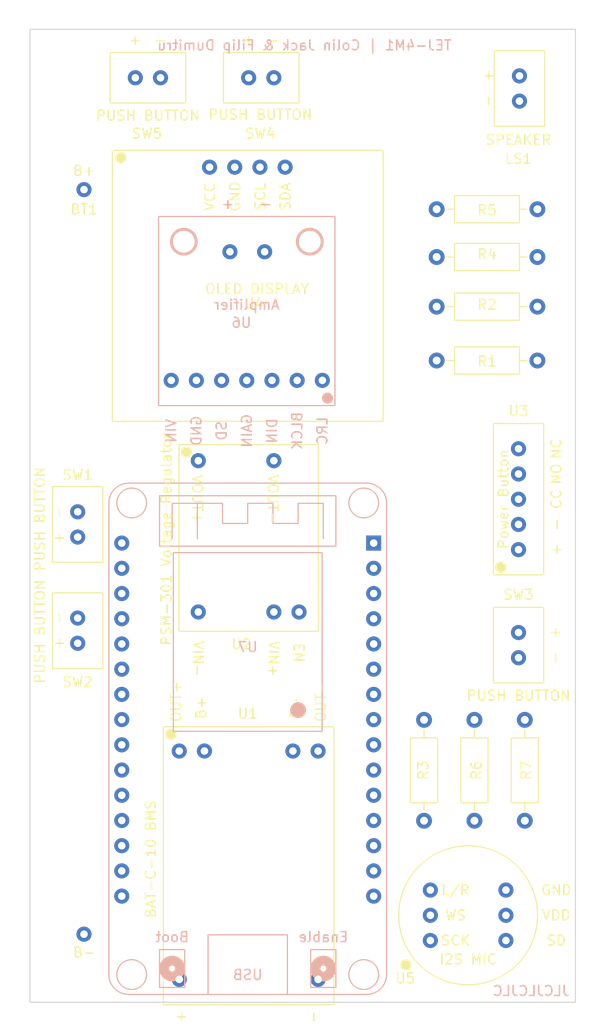
<source format=kicad_pcb>
(kicad_pcb (version 20211014) (generator pcbnew)
  (layers (0 "F.Cu" signal) (31 "B.Cu" signal) (34 "B.Paste" user) (35 "F.Paste" user) (36 "B.SilkS" user "B.Silkscreen") (37 "F.SilkS" user "F.Silkscreen") (38 "B.Mask" user) (39 "F.Mask" user) (44 "Edge.Cuts" user))
  (net 0 "")
  (net 1 "GND")
  (net 2 "VCC")
  (net 3 "Net-(BT1-Pad1)")
  (net 4 "Net-(BT1-Pad2)")
  (net 5 "Net-(U1-Pad1)")
  (net 6 "Net-(U1-Pad4)")
  (net 9 "Net-(U2-Pad5)")
  (net 11 "Net-(U4-Pad3)")
  (net 12 "Net-(U4-Pad4)")
  (net 13 "Net-(U5-Pad1)")
  (net 14 "Net-(U5-Pad2)")
  (net 15 "Net-(U5-Pad4)")
  (net 16 "Net-(U6-Pad3)")
  (net 18 "Net-(U6-Pad8)")
  (net 19 "Net-(U6-Pad9)")
  (net 23 "Net-(R6-Pad2)")
  (net 24 "Net-(R5-Pad2)")
  (net 25 "Net-(R3-Pad2)")
  (net 26 "Net-(R4-Pad2)")
  (net 34 "Net-(R2-Pad2)")
  (net 36 "Net-(R1-Pad2)")
  (footprint "ESP32-Walkie-Talkie-Footprints-Remaster:BAT-C-10TYPEC-BMS" (layer "F.Cu") (at 179.455 123.255)
    (fp_text reference "U1" (at 8.505 -1.335 unlocked) (layer "F.SilkS"))
    (fp_text value "BAT-C-10TYPEC_(BMS)")
    (fp_text user "-" (at 15.24 29.21 270 unlocked) (layer "F.SilkS"))
    (fp_text user "OUT+" (at 1.27 -2.54 90 unlocked) (layer "F.SilkS"))
    (fp_text user "B-" (at 13.335 -1.905 90 unlocked) (layer "F.SilkS"))
    (fp_text user "OUT-" (at 15.875 -2.54 90 unlocked) (layer "F.SilkS"))
    (fp_text user "BAT-C-10 BMS" (at -1.27 13.335 90 unlocked) (layer "F.SilkS"))
    (fp_text user "+" (at 1.905 29.21 270 unlocked) (layer "F.SilkS"))
    (fp_text user "B+" (at 3.81 -1.905 90 unlocked) (layer "F.SilkS"))
    (fp_rect (start 0 0) (end 17.2 28) (layer "F.SilkS") (width 0.12) (fill none))
    (fp_circle (center 0.75 0.75) (end 1.25 0.75) (layer "F.SilkS") (width 0.12) (fill solid))
    (pad "1" thru_hole circle (at 1.6 2.44) (size 1.524 1.524) (drill 0.762) (layers *.Cu *.Mask) (net 5 "Net-(U1-Pad1)"))
    (pad "2" thru_hole circle (at 4.14 2.44) (size 1.524 1.524) (drill 0.762) (layers *.Cu *.Mask) (net 3 "Net-(BT1-Pad1)"))
    (pad "3" thru_hole circle (at 13.06 2.44) (size 1.524 1.524) (drill 0.762) (layers *.Cu *.Mask) (net 4 "Net-(BT1-Pad2)"))
    (pad "4" thru_hole circle (at 15.6 2.44) (size 1.524 1.524) (drill 0.762) (layers *.Cu *.Mask) (net 6 "Net-(U1-Pad4)"))
    (pad "5" thru_hole circle (at 1.6 25.44) (size 1.524 1.524) (drill 0.762) (layers *.Cu *.Mask))
    (pad "6" thru_hole circle (at 15.6 25.44) (size 1.524 1.524) (drill 0.762) (layers *.Cu *.Mask))
  )
  (footprint "Resistor_THT:R_Axial_DIN0207_L6.3mm_D2.5mm_P10.16mm_Horizontal" (layer "F.Cu") (at 210.82 132.715 90)
    (fp_text reference "R6" (at 5.08 0.2 90) (layer "F.SilkS"))
    (fp_text value "2K")
    (fp_line (start 1.81 -1.37) (end 1.81 1.37) (layer "F.SilkS") (width 0.12))
    (fp_line (start 9.12 0) (end 8.35 0) (layer "F.SilkS") (width 0.12))
    (fp_line (start 1.81 1.37) (end 8.35 1.37) (layer "F.SilkS") (width 0.12))
    (fp_line (start 8.35 -1.37) (end 1.81 -1.37) (layer "F.SilkS") (width 0.12))
    (fp_line (start 8.35 1.37) (end 8.35 -1.37) (layer "F.SilkS") (width 0.12))
    (fp_line (start 1.04 0) (end 1.81 0) (layer "F.SilkS") (width 0.12))
    (pad "1" thru_hole circle (at 0 0 90) (size 1.6 1.6) (drill 0.8) (layers *.Cu *.Mask) (net 1 "GND"))
    (pad "2" thru_hole oval (at 10.16 0 90) (size 1.6 1.6) (drill 0.8) (layers *.Cu *.Mask) (net 23 "Net-(R6-Pad2)"))
  )
  (footprint "Resistor_THT:R_Axial_DIN0207_L6.3mm_D2.5mm_P10.16mm_Horizontal" (layer "F.Cu") (at 217.17 86.36 180)
    (fp_text reference "R1" (at 5.08 -0.095) (layer "F.SilkS"))
    (fp_text value "330")
    (fp_line (start 1.81 1.37) (end 8.35 1.37) (layer "F.SilkS") (width 0.12))
    (fp_line (start 8.35 -1.37) (end 1.81 -1.37) (layer "F.SilkS") (width 0.12))
    (fp_line (start 1.04 0) (end 1.81 0) (layer "F.SilkS") (width 0.12))
    (fp_line (start 1.81 -1.37) (end 1.81 1.37) (layer "F.SilkS") (width 0.12))
    (fp_line (start 9.12 0) (end 8.35 0) (layer "F.SilkS") (width 0.12))
    (fp_line (start 8.35 1.37) (end 8.35 -1.37) (layer "F.SilkS") (width 0.12))
    (pad "1" thru_hole circle (at 0 0 180) (size 1.6 1.6) (drill 0.8) (layers *.Cu *.Mask) (net 1 "GND"))
    (pad "2" thru_hole oval (at 10.16 0 180) (size 1.6 1.6) (drill 0.8) (layers *.Cu *.Mask) (net 36 "Net-(R1-Pad2)"))
  )
  (footprint "ESP32-Walkie-Talkie-Footprints-Remaster:PSM-301-Voltage-Regulator" (layer "F.Cu") (at 181.03 94.835)
    (fp_text reference "U2" (at 6.295 20.1 unlocked) (layer "F.SilkS"))
    (fp_text value "PSM-301-Voltage-Regulator")
    (fp_text user "PSM-301 Voltage Regulator" (at -1.27 9.525 90 unlocked) (layer "F.SilkS"))
    (fp_text user "VOUT-" (at 9.47 5.495 270 unlocked) (layer "F.SilkS"))
    (fp_text user "VIN-" (at 1.905 21.59 270 unlocked) (layer "F.SilkS"))
    (fp_text user "VIN+" (at 9.525 21.59 270 unlocked) (layer "F.SilkS"))
    (fp_text user "EN" (at 12.065 20.955 270 unlocked) (layer "F.SilkS"))
    (fp_text user "VOUT+" (at 1.85 5.495 270 unlocked) (layer "F.SilkS"))
    (fp_rect (start 0 0) (end 14.05 18.8) (layer "F.SilkS") (width 0.12) (fill none))
    (fp_circle (center 0.75 0.75) (end 1.25 0.75) (layer "F.SilkS") (width 0.12) (fill solid))
    (pad "1" thru_hole circle (at 1.945 1.615) (size 1.524 1.524) (drill 0.762) (layers *.Cu *.Mask) (net 2 "VCC"))
    (pad "2" thru_hole circle (at 9.565 1.615) (size 1.524 1.524) (drill 0.762) (layers *.Cu *.Mask) (net 1 "GND"))
    (pad "3" thru_hole circle (at 1.945 16.855) (size 1.524 1.524) (drill 0.762) (layers *.Cu *.Mask) (net 6 "Net-(U1-Pad4)"))
    (pad "4" thru_hole circle (at 9.565 16.855) (size 1.524 1.524) (drill 0.762) (layers *.Cu *.Mask) (net 5 "Net-(U1-Pad1)"))
    (pad "5" thru_hole circle (at 12.105 16.855) (size 1.524 1.524) (drill 0.762) (layers *.Cu *.Mask) (net 9 "Net-(U2-Pad5)"))
  )
  (footprint "ESP32-Walkie-Talkie-Footprints-Remaster:PUSH-BUTTON-CONTACTS" (layer "F.Cu") (at 168.275 106.68 90)
    (fp_text reference "SW1" (at 8.795 2.54 unlocked) (layer "F.SilkS"))
    (fp_text value "UP")
    (fp_text user "-" (at 4.985 0.635 90 unlocked) (layer "F.SilkS"))
    (fp_text user "+" (at 2.445 0.635 90 unlocked) (layer "F.SilkS"))
    (fp_text user "PUSH BUTTON" (at 4.35 -1.27 90 unlocked) (layer "F.SilkS"))
    (fp_rect (start 0 0) (end 7.62 5.08) (layer "F.SilkS") (width 0.12) (fill none))
    (pad "1" thru_hole circle (at 2.54 2.54 90) (size 1.524 1.524) (drill 0.762) (layers *.Cu *.Mask) (net 2 "VCC"))
    (pad "2" thru_hole circle (at 5.08 2.54 90) (size 1.524 1.524) (drill 0.762) (layers *.Cu *.Mask) (net 36 "Net-(R1-Pad2)"))
  )
  (footprint "Resistor_THT:R_Axial_DIN0207_L6.3mm_D2.5mm_P10.16mm_Horizontal" (layer "F.Cu") (at 205.74 132.715 90)
    (fp_text reference "R3" (at 5.08 -0.08 90) (layer "F.SilkS"))
    (fp_text value "330")
    (fp_line (start 1.81 1.37) (end 8.35 1.37) (layer "F.SilkS") (width 0.12))
    (fp_line (start 1.81 -1.37) (end 1.81 1.37) (layer "F.SilkS") (width 0.12))
    (fp_line (start 8.35 -1.37) (end 1.81 -1.37) (layer "F.SilkS") (width 0.12))
    (fp_line (start 1.04 0) (end 1.81 0) (layer "F.SilkS") (width 0.12))
    (fp_line (start 8.35 1.37) (end 8.35 -1.37) (layer "F.SilkS") (width 0.12))
    (fp_line (start 9.12 0) (end 8.35 0) (layer "F.SilkS") (width 0.12))
    (pad "1" thru_hole circle (at 0 0 90) (size 1.6 1.6) (drill 0.8) (layers *.Cu *.Mask) (net 1 "GND"))
    (pad "2" thru_hole oval (at 10.16 0 90) (size 1.6 1.6) (drill 0.8) (layers *.Cu *.Mask) (net 25 "Net-(R3-Pad2)"))
  )
  (footprint "ESP32-Walkie-Talkie-Footprints-Remaster:PUSH-BUTTON-CONTACTS" (layer "F.Cu") (at 168.275 117.38 90)
    (fp_text reference "SW2" (at -1.365 2.54 unlocked) (layer "F.SilkS"))
    (fp_text value "DWN")
    (fp_text user "+" (at 2.54 0.635 90 unlocked) (layer "F.SilkS"))
    (fp_text user "PUSH BUTTON" (at 3.715 -1.27 90 unlocked) (layer "F.SilkS"))
    (fp_text user "-" (at 5.08 0.635 90 unlocked) (layer "F.SilkS"))
    (fp_rect (start 0 0) (end 7.62 5.08) (layer "F.SilkS") (width 0.12) (fill none))
    (pad "1" thru_hole circle (at 2.54 2.54 90) (size 1.524 1.524) (drill 0.762) (layers *.Cu *.Mask) (net 2 "VCC"))
    (pad "2" thru_hole circle (at 5.08 2.54 90) (size 1.524 1.524) (drill 0.762) (layers *.Cu *.Mask) (net 34 "Net-(R2-Pad2)"))
  )
  (footprint "Resistor_THT:R_Axial_DIN0207_L6.3mm_D2.5mm_P10.16mm_Horizontal" (layer "F.Cu") (at 217.17 71.12 180)
    (fp_text reference "R5" (at 5.08 -0.095) (layer "F.SilkS"))
    (fp_text value "330")
    (fp_line (start 8.35 1.37) (end 8.35 -1.37) (layer "F.SilkS") (width 0.12))
    (fp_line (start 1.04 0) (end 1.81 0) (layer "F.SilkS") (width 0.12))
    (fp_line (start 1.81 -1.37) (end 1.81 1.37) (layer "F.SilkS") (width 0.12))
    (fp_line (start 1.81 1.37) (end 8.35 1.37) (layer "F.SilkS") (width 0.12))
    (fp_line (start 9.12 0) (end 8.35 0) (layer "F.SilkS") (width 0.12))
    (fp_line (start 8.35 -1.37) (end 1.81 -1.37) (layer "F.SilkS") (width 0.12))
    (pad "1" thru_hole circle (at 0 0 180) (size 1.6 1.6) (drill 0.8) (layers *.Cu *.Mask) (net 1 "GND"))
    (pad "2" thru_hole oval (at 10.16 0 180) (size 1.6 1.6) (drill 0.8) (layers *.Cu *.Mask) (net 24 "Net-(R5-Pad2)"))
  )
  (footprint "ESP32-Walkie-Talkie-Footprints-Remaster:BATTERY-CONTACTS" (layer "F.Cu") (at 171.45 69.145)
    (fp_text reference "BT1" (at 0 1.975 unlocked) (layer "F.SilkS"))
    (fp_text value "Battery_Cell")
    (fp_text user "B-" (at 0 76.835 unlocked) (layer "F.SilkS"))
    (fp_text user "B+" (at 0 -1.905 unlocked) (layer "F.SilkS"))
    (pad "1" thru_hole circle (at 0 0) (size 1.524 1.524) (drill 0.762) (layers *.Cu *.Mask) (net 3 "Net-(BT1-Pad1)"))
    (pad "2" thru_hole circle (at 0 75) (size 1.524 1.524) (drill 0.762) (layers *.Cu *.Mask) (net 4 "Net-(BT1-Pad2)"))
  )
  (footprint "ESP32-Walkie-Talkie-Footprints-Remaster:PUSH-BUTTON-CONTACTS" (layer "F.Cu") (at 185.515 55.34)
    (fp_text reference "SW4" (at 3.715 8.16 unlocked) (layer "F.SilkS"))
    (fp_text value "TLK")
    (fp_text user "-" (at 5.08 -1.27 unlocked) (layer "F.SilkS"))
    (fp_text user "+" (at 2.54 -1.27 unlocked) (layer "F.SilkS"))
    (fp_text user "PUSH BUTTON" (at 3.715 6.255 unlocked) (layer "F.SilkS"))
    (fp_rect (start 0 0) (end 7.62 5.08) (layer "F.SilkS") (width 0.12) (fill none))
    (pad "1" thru_hole circle (at 2.54 2.54) (size 1.524 1.524) (drill 0.762) (layers *.Cu *.Mask) (net 2 "VCC"))
    (pad "2" thru_hole circle (at 5.08 2.54) (size 1.524 1.524) (drill 0.762) (layers *.Cu *.Mask) (net 26 "Net-(R4-Pad2)"))
  )
  (footprint "ESP32-Walkie-Talkie-Footprints-Remaster:I2S-128x64-OLED-LCD" (layer "F.Cu") (at 188.91 65.185)
    (fp_text reference "U4" (at -0.315 15.46 unlocked) (layer "F.SilkS"))
    (fp_text value "I2S-128X64-OLED-LCD_")
    (fp_text user "OLED DISPLAY" (at 0 13.97 unlocked) (layer "F.SilkS"))
    (fp_text user "SCL" (at 0.32 4.665 90 unlocked) (layer "F.SilkS"))
    (fp_text user "VCC" (at -4.76 4.665 90 unlocked) (layer "F.SilkS"))
    (fp_text user "GND" (at -2.22 4.665 90 unlocked) (layer "F.SilkS"))
    (fp_text user "SDA" (at 2.86 4.665 90 unlocked) (layer "F.SilkS"))
    (fp_rect (start -14.6 0) (end 12.7 27.3) (layer "F.SilkS") (width 0.12) (fill none))
    (fp_circle (center -13.75 0.75) (end -13.25 0.75) (layer "F.SilkS") (width 0.12) (fill solid))
    (pad "1" thru_hole circle (at -4.8 1.7) (size 1.524 1.524) (drill 0.762) (layers *.Cu *.Mask) (net 2 "VCC"))
    (pad "2" thru_hole circle (at -2.26 1.7) (size 1.524 1.524) (drill 0.762) (layers *.Cu *.Mask) (net 1 "GND"))
    (pad "3" thru_hole circle (at 0.28 1.7) (size 1.524 1.524) (drill 0.762) (layers *.Cu *.Mask) (net 11 "Net-(U4-Pad3)"))
    (pad "4" thru_hole circle (at 2.82 1.7) (size 1.524 1.524) (drill 0.762) (layers *.Cu *.Mask) (net 12 "Net-(U4-Pad4)"))
  )
  (footprint "ESP32-Walkie-Talkie-Footprints-Remaster:PUSH-BUTTON-CONTACTS" (layer "F.Cu") (at 174.085 55.34)
    (fp_text reference "SW5" (at 3.715 8.16 unlocked) (layer "F.SilkS"))
    (fp_text value "XTRA")
    (fp_text user "+" (at 2.54 -1.27 unlocked) (layer "F.SilkS"))
    (fp_text user "PUSH BUTTON" (at 3.81 6.35 unlocked) (layer "F.SilkS"))
    (fp_text user "-" (at 5.08 -1.27 unlocked) (layer "F.SilkS"))
    (fp_rect (start 0 0) (end 7.62 5.08) (layer "F.SilkS") (width 0.12) (fill none))
    (pad "1" thru_hole circle (at 2.54 2.54) (size 1.524 1.524) (drill 0.762) (layers *.Cu *.Mask) (net 2 "VCC"))
    (pad "2" thru_hole circle (at 5.08 2.54) (size 1.524 1.524) (drill 0.762) (layers *.Cu *.Mask) (net 24 "Net-(R5-Pad2)"))
  )
  (footprint "ESP32-Walkie-Talkie-Footprints-Remaster:SPEAKER" (layer "F.Cu") (at 212.82 62.77 90)
    (fp_text reference "LS1" (at -3.27 2.445 unlocked) (layer "F.SilkS"))
    (fp_text value "Speaker")
    (fp_text user "+" (at 5.08 -0.635 90 unlocked) (layer "F.SilkS"))
    (fp_text user "-" (at 2.54 -0.635 90 unlocked) (layer "F.SilkS"))
    (fp_text user "SPEAKER" (at -1.365 2.445 unlocked) (layer "F.SilkS"))
    (fp_rect (start 0 0) (end 7.62 5.08) (layer "F.SilkS") (width 0.12) (fill none))
    (pad "1" thru_hole circle (at 2.54 2.54 90) (size 1.524 1.524) (drill 0.762) (layers *.Cu *.Mask) (net 18 "Net-(U6-Pad8)"))
    (pad "2" thru_hole circle (at 5.08 2.54 90) (size 1.524 1.524) (drill 0.762) (layers *.Cu *.Mask) (net 19 "Net-(U6-Pad9)"))
  )
  (footprint "Resistor_THT:R_Axial_DIN0207_L6.3mm_D2.5mm_P10.16mm_Horizontal" (layer "F.Cu") (at 217.17 80.935 180)
    (fp_text reference "R2" (at 5.08 0.195) (layer "F.SilkS"))
    (fp_text value "330")
    (fp_line (start 1.04 0) (end 1.81 0) (layer "F.SilkS") (width 0.12))
    (fp_line (start 1.81 -1.37) (end 1.81 1.37) (layer "F.SilkS") (width 0.12))
    (fp_line (start 1.81 1.37) (end 8.35 1.37) (layer "F.SilkS") (width 0.12))
    (fp_line (start 9.12 0) (end 8.35 0) (layer "F.SilkS") (width 0.12))
    (fp_line (start 8.35 1.37) (end 8.35 -1.37) (layer "F.SilkS") (width 0.12))
    (fp_line (start 8.35 -1.37) (end 1.81 -1.37) (layer "F.SilkS") (width 0.12))
    (pad "1" thru_hole circle (at 0 0 180) (size 1.6 1.6) (drill 0.8) (layers *.Cu *.Mask) (net 1 "GND"))
    (pad "2" thru_hole oval (at 10.16 0 180) (size 1.6 1.6) (drill 0.8) (layers *.Cu *.Mask) (net 34 "Net-(R2-Pad2)"))
  )
  (footprint "ESP32-Walkie-Talkie-Footprints-Remaster:I2SINMP441-MIC" (layer "F.Cu") (at 208.915 142.24 90)
    (fp_text reference "U5" (at -6.35 -5.08 unlocked) (layer "F.SilkS"))
    (fp_text value "I2S-INMP441_(MIC)")
    (fp_text user "SD" (at -2.54 10.16 unlocked) (layer "F.SilkS"))
    (fp_text user "L/R" (at 2.54 0 unlocked) (layer "F.SilkS"))
    (fp_text user "SCK" (at -2.54 0 unlocked) (layer "F.SilkS"))
    (fp_text user "GND" (at 2.54 10.16 unlocked) (layer "F.SilkS"))
    (fp_text user "WS" (at 0 0 unlocked) (layer "F.SilkS"))
    (fp_text user "VDD" (at 0 10.16 unlocked) (layer "F.SilkS"))
    (fp_text user "I2S MIC" (at -4.445 1.27 unlocked) (layer "F.SilkS"))
    (fp_circle (center -5 -5) (end -4.5 -5) (layer "F.SilkS") (width 0.12) (fill solid))
    (fp_circle (center 0 1.27) (end 7 1.27) (layer "F.SilkS") (width 0.12) (fill none))
    (pad "1" thru_hole circle (at -2.54 -2.54 90) (size 1.524 1.524) (drill 0.762) (layers *.Cu *.Mask) (net 13 "Net-(U5-Pad1)"))
    (pad "2" thru_hole circle (at 0 -2.54 90) (size 1.524 1.524) (drill 0.762) (layers *.Cu *.Mask) (net 14 "Net-(U5-Pad2)"))
    (pad "3" thru_hole circle (at 2.54 -2.54 90) (size 1.524 1.524) (drill 0.762) (layers *.Cu *.Mask) (net 1 "GND"))
    (pad "4" thru_hole circle (at -2.54 5.08 90) (size 1.524 1.524) (drill 0.762) (layers *.Cu *.Mask) (net 15 "Net-(U5-Pad4)"))
    (pad "5" thru_hole circle (at 0 5.08 90) (size 1.524 1.524) (drill 0.762) (layers *.Cu *.Mask) (net 2 "VCC"))
    (pad "6" thru_hole circle (at 2.54 5.08 90) (size 1.524 1.524) (drill 0.762) (layers *.Cu *.Mask) (net 1 "GND"))
  )
  (footprint "Resistor_THT:R_Axial_DIN0207_L6.3mm_D2.5mm_P10.16mm_Horizontal" (layer "F.Cu") (at 215.9 132.715 90)
    (fp_text reference "R7" (at 5.08 0.12 90) (layer "F.SilkS"))
    (fp_text value "2K2")
    (fp_line (start 9.12 0) (end 8.35 0) (layer "F.SilkS") (width 0.12))
    (fp_line (start 8.35 1.37) (end 8.35 -1.37) (layer "F.SilkS") (width 0.12))
    (fp_line (start 8.35 -1.37) (end 1.81 -1.37) (layer "F.SilkS") (width 0.12))
    (fp_line (start 1.81 -1.37) (end 1.81 1.37) (layer "F.SilkS") (width 0.12))
    (fp_line (start 1.81 1.37) (end 8.35 1.37) (layer "F.SilkS") (width 0.12))
    (fp_line (start 1.04 0) (end 1.81 0) (layer "F.SilkS") (width 0.12))
    (pad "1" thru_hole circle (at 0 0 90) (size 1.6 1.6) (drill 0.8) (layers *.Cu *.Mask) (net 23 "Net-(R6-Pad2)"))
    (pad "2" thru_hole oval (at 10.16 0 90) (size 1.6 1.6) (drill 0.8) (layers *.Cu *.Mask) (net 3 "Net-(BT1-Pad1)"))
  )
  (footprint "Resistor_THT:R_Axial_DIN0207_L6.3mm_D2.5mm_P10.16mm_Horizontal" (layer "F.Cu") (at 217.17 75.935 180)
    (fp_text reference "R4" (at 5.08 0.275) (layer "F.SilkS"))
    (fp_text value "330")
    (fp_line (start 8.35 -1.37) (end 1.81 -1.37) (layer "F.SilkS") (width 0.12))
    (fp_line (start 1.81 -1.37) (end 1.81 1.37) (layer "F.SilkS") (width 0.12))
    (fp_line (start 1.04 0) (end 1.81 0) (layer "F.SilkS") (width 0.12))
    (fp_line (start 1.81 1.37) (end 8.35 1.37) (layer "F.SilkS") (width 0.12))
    (fp_line (start 8.35 1.37) (end 8.35 -1.37) (layer "F.SilkS") (width 0.12))
    (fp_line (start 9.12 0) (end 8.35 0) (layer "F.SilkS") (width 0.12))
    (pad "1" thru_hole circle (at 0 0 180) (size 1.6 1.6) (drill 0.8) (layers *.Cu *.Mask) (net 1 "GND"))
    (pad "2" thru_hole oval (at 10.16 0 180) (size 1.6 1.6) (drill 0.8) (layers *.Cu *.Mask) (net 26 "Net-(R4-Pad2)"))
  )
  (footprint "ESP32-Walkie-Talkie-Footprints-Remaster:PUSH-BUTTON-CONTACTS" (layer "F.Cu") (at 217.805 111.22 -90)
    (fp_text reference "SW3" (at -1.27 2.54 unlocked) (layer "F.SilkS"))
    (fp_text value "MODE")
    (fp_text user "-" (at 5.08 -1.27 -90 unlocked) (layer "F.SilkS"))
    (fp_text user "PUSH BUTTON" (at 8.89 2.54 unlocked) (layer "F.SilkS"))
    (fp_text user "+" (at 2.54 -1.27 -90 unlocked) (layer "F.SilkS"))
    (fp_rect (start 0 0) (end 7.62 5.08) (layer "F.SilkS") (width 0.12) (fill none))
    (pad "1" thru_hole circle (at 2.54 2.54 270) (size 1.524 1.524) (drill 0.762) (layers *.Cu *.Mask) (net 2 "VCC"))
    (pad "2" thru_hole circle (at 5.08 2.54 270) (size 1.524 1.524) (drill 0.762) (layers *.Cu *.Mask) (net 25 "Net-(R3-Pad2)"))
  )
  (footprint "ESP32-Walkie-Talkie-Footprints-Remaster:PBS-LED-1606WH-L-Toggle-Switch" (layer "F.Cu") (at 212.725 107.95 90)
    (fp_text reference "U3" (at 16.51 2.54 unlocked) (layer "F.SilkS"))
    (fp_text value "PBS-LED-1606WH-L_(Toggle_Button)")
    (fp_text user "-" (at 5.08 6.35 90 unlocked) (layer "F.SilkS"))
    (fp_text user "NC" (at 12.7 6.35 90 unlocked) (layer "F.SilkS"))
    (fp_text user "+" (at 2.54 6.35 90 unlocked) (layer "F.SilkS"))
    (fp_text user "CC" (at 7.62 6.35 90 unlocked) (layer "F.SilkS"))
    (fp_text user "Power Button" (at 7.62 1.016 90 unlocked) (layer "F.SilkS"))
    (fp_text user "NO" (at 10.16 6.35 90 unlocked) (layer "F.SilkS"))
    (fp_rect (start 0 0) (end 15.24 5.08) (layer "F.SilkS") (width 0.12) (fill none))
    (fp_circle (center 0.75 0.75) (end 1.25 0.75) (layer "F.SilkS") (width 0.12) (fill solid))
    (pad "1" thru_hole circle (at 2.54 2.54 90) (size 1.524 1.524) (drill 0.762) (layers *.Cu *.Mask) (net 2 "VCC"))
    (pad "2" thru_hole circle (at 5.08 2.54 90) (size 1.524 1.524) (drill 0.762) (layers *.Cu *.Mask) (net 1 "GND"))
    (pad "3" thru_hole circle (at 7.62 2.54 90) (size 1.524 1.524) (drill 0.762) (layers *.Cu *.Mask) (net 3 "Net-(BT1-Pad1)"))
    (pad "4" thru_hole circle (at 10.16 2.54 90) (size 1.524 1.524) (drill 0.762) (layers *.Cu *.Mask) (net 9 "Net-(U2-Pad5)"))
    (pad "5" thru_hole circle (at 12.7 2.54 90) (size 1.524 1.524) (drill 0.762) (layers *.Cu *.Mask))
  )
  (footprint "esp32_devkit_v1_doit:esp32_devkit_v1_doit" (layer "B.Cu") (at 187.96 104.75 180)
    (fp_text reference "U7" (at 0 -10.47) (layer "B.SilkS") (effects (justify mirror)))
    (fp_text value "ESP-WROOM-32")
    (fp_text user "USB" (at 0 -43.49) (layer "B.SilkS") (effects (justify mirror)))
    (fp_text user "Enable" (at -7.62 -39.68) (layer "B.SilkS") (effects (justify mirror)))
    (fp_text user "Boot" (at 7.62 -39.68) (layer "B.SilkS") (effects (justify mirror)))
    (fp_line (start -8.89 -40.95) (end -6.35 -40.95) (layer "B.SilkS") (width 0.12))
    (fp_line (start 7.5 -18.96) (end -7.5 -18.96) (layer "B.SilkS") (width 0.12))
    (fp_line (start 6.35 -44.76) (end 6.35 -40.95) (layer "B.SilkS") (width 0.12))
    (fp_line (start 0 4.008) (end 0 1.976) (layer "B.SilkS") (width 0.12))
    (fp_line (start -4 -39.46) (end 4 -39.46) (layer "B.SilkS") (width 0.12))
    (fp_line (start 6.35 -40.95) (end 8.89 -40.95) (layer "B.SilkS") (width 0.12))
    (fp_line (start 8.89 4.77) (end 8.89 -0.31) (layer "B.SilkS") (width 0.12))
    (fp_line (start 0 1.976) (end 2.54 1.976) (layer "B.SilkS") (width 0.12))
    (fp_line (start -5.08 4.008) (end -5.08 1.976) (layer "B.SilkS") (width 0.12))
    (fp_line (start 14 -43.46) (end 14 4.04) (layer "B.SilkS") (width 0.12))
    (fp_line (start 8.89 -40.95) (end 8.89 -44.76) (layer "B.SilkS") (width 0.12))
    (fp_line (start 7.5 -0.96) (end 7.5 -18.96) (layer "B.SilkS") (width 0.12))
    (fp_line (start -6.35 -44.76) (end -8.89 -44.76) (layer "B.SilkS") (width 0.12))
    (fp_line (start -5.08 1.976) (end -2.54 1.976) (layer "B.SilkS") (width 0.12))
    (fp_line (start -7.62 4.008) (end -5.08 4.008) (layer "B.SilkS") (width 0.12))
    (fp_line (start 4 -39.46) (end 4 -45.46) (layer "B.SilkS") (width 0.12))
    (fp_line (start -2.54 4.008) (end 0 4.008) (layer "B.SilkS") (width 0.12))
    (fp_line (start -12 -45.46) (end 12 -45.46) (layer "B.SilkS") (width 0.12))
    (fp_line (start -2.54 1.976) (end -2.54 4.008) (layer "B.SilkS") (width 0.12))
    (fp_line (start -4 -39.46) (end -4 -45.46) (layer "B.SilkS") (width 0.12))
    (fp_line (start 5.08 4.008) (end 5.08 0.452) (layer "B.SilkS") (width 0.12))
    (fp_line (start -14 4.04) (end -14 -43.46) (layer "B.SilkS") (width 0.12))
    (fp_line (start -8.89 -44.76) (end -8.89 -40.95) (layer "B.SilkS") (width 0.12))
    (fp_line (start -7.5 -18.96) (end -7.5 -0.96) (layer "B.SilkS") (width 0.12))
    (fp_line (start -7.5 -0.96) (end 7.5 -0.96) (layer "B.SilkS") (width 0.12))
    (fp_line (start -6.35 -40.95) (end -6.35 -44.76) (layer "B.SilkS") (width 0.12))
    (fp_line (start -8.89 4.77) (end 8.89 4.77) (layer "B.SilkS") (width 0.12))
    (fp_line (start 8.89 -0.31) (end -8.89 -0.31) (layer "B.SilkS") (width 0.12))
    (fp_line (start 2.54 4.008) (end 7.62 4.008) (layer "B.SilkS") (width 0.12))
    (fp_line (start -12 6.04) (end 12 6.04) (layer "B.SilkS") (width 0.12))
    (fp_line (start 8.89 -44.76) (end 6.35 -44.76) (layer "B.SilkS") (width 0.12))
    (fp_line (start 2.54 1.976) (end 2.54 4.008) (layer "B.SilkS") (width 0.12))
    (fp_line (start -8.89 -0.31) (end -8.89 4.77) (layer "B.SilkS") (width 0.12))
    (fp_line (start 7.62 4.008) (end 7.62 0.452) (layer "B.SilkS") (width 0.12))
    (fp_line (start -7.62 0.452) (end -7.62 4.008) (layer "B.SilkS") (width 0.12))
    (fp_arc (start 14 4.04) (mid 13.414214 5.454214) (end 12 6.04) (layer "B.SilkS") (width 0.12))
    (fp_arc (start -12 6.04) (mid -13.414214 5.454214) (end -14 4.04) (layer "B.SilkS") (width 0.12))
    (fp_arc (start -14 -43.46) (mid -13.414214 -44.874214) (end -12 -45.46) (layer "B.SilkS") (width 0.12))
    (fp_arc (start 12 -45.46) (mid 13.414214 -44.874214) (end 14 -43.46) (layer "B.SilkS") (width 0.12))
    (fp_circle (center -5.08 -16.82) (end -4.68 -16.82) (layer "B.SilkS") (width 0.8) (fill none))
    (fp_circle (center 7.62 -42.855) (end 7.92 -42.855) (layer "B.SilkS") (width 1) (fill none))
    (fp_circle (center 11.7 -43.46) (end 13.2 -43.46) (layer "B.SilkS") (width 0.12) (fill none))
    (fp_circle (center -11.7 -43.46) (end -10.2 -43.46) (layer "B.SilkS") (width 0.12) (fill none))
    (fp_circle (center -11.7 4.04) (end -10.2 4.04) (layer "B.SilkS") (width 0.12) (fill none))
    (fp_circle (center -7.62 -42.855) (end -7.32 -42.855) (layer "B.SilkS") (width 1) (fill none))
    (fp_circle (center 11.7 4.04) (end 13.2 4.04) (layer "B.SilkS") (width 0.12) (fill none))
    (pad "1" thru_hole rect (at -12.7 0 180) (size 1.524 1.524) (drill 0.762) (layers *.Cu *.Mask))
    (pad "2" thru_hole circle (at -12.7 -2.54 180) (size 1.524 1.524) (drill 0.762) (layers *.Cu *.Mask))
    (pad "3" thru_hole circle (at -12.7 -5.08 180) (size 1.524 1.524) (drill 0.762) (layers *.Cu *.Mask))
    (pad "4" thru_hole circle (at -12.7 -7.62 180) (size 1.524 1.524) (drill 0.762) (layers *.Cu *.Mask) (net 23 "Net-(R6-Pad2)"))
    (pad "5" thru_hole circle (at -12.7 -10.16 180) (size 1.524 1.524) (drill 0.762) (layers *.Cu *.Mask) (net 24 "Net-(R5-Pad2)"))
    (pad "6" thru_hole circle (at -12.7 -12.7 180) (size 1.524 1.524) (drill 0.762) (layers *.Cu *.Mask) (net 13 "Net-(U5-Pad1)"))
    (pad "7" thru_hole circle (at -12.7 -15.24 180) (size 1.524 1.524) (drill 0.762) (layers *.Cu *.Mask) (net 15 "Net-(U5-Pad4)"))
    (pad "8" thru_hole circle (at -12.7 -17.78 180) (size 1.524 1.524) (drill 0.762) (layers *.Cu *.Mask) (net 14 "Net-(U5-Pad2)"))
    (pad "9" thru_hole circle (at -12.7 -20.32 180) (size 1.524 1.524) (drill 0.762) (layers *.Cu *.Mask) (net 25 "Net-(R3-Pad2)"))
    (pad "10" thru_hole circle (at -12.7 -22.86 180) (size 1.524 1.524) (drill 0.762) (layers *.Cu *.Mask) (net 26 "Net-(R4-Pad2)"))
    (pad "11" thru_hole circle (at -12.7 -25.4 180) (size 1.524 1.524) (drill 0.762) (layers *.Cu *.Mask) (net 16 "Net-(U6-Pad3)"))
    (pad "12" thru_hole circle (at -12.7 -27.94 180) (size 1.524 1.524) (drill 0.762) (layers *.Cu *.Mask))
    (pad "13" thru_hole circle (at -12.7 -30.48 180) (size 1.524 1.524) (drill 0.762) (layers *.Cu *.Mask))
    (pad "14" thru_hole circle (at -12.7 -33.02 180) (size 1.524 1.524) (drill 0.762) (layers *.Cu *.Mask))
    (pad "15" thru_hole circle (at -12.7 -35.56 180) (size 1.524 1.524) (drill 0.762) (layers *.Cu *.Mask))
    (pad "16" thru_hole circle (at 12.7 0 180) (size 1.524 1.524) (drill 0.762) (layers *.Cu *.Mask))
    (pad "17" thru_hole circle (at 12.7 -2.54 180) (size 1.524 1.524) (drill 0.762) (layers *.Cu *.Mask) (net 11 "Net-(U4-Pad3)"))
    (pad "18" thru_hole circle (at 12.7 -5.08 180) (size 1.524 1.524) (drill 0.762) (layers *.Cu *.Mask))
    (pad "19" thru_hole circle (at 12.7 -7.62 180) (size 1.524 1.524) (drill 0.762) (layers *.Cu *.Mask))
    (pad "20" thru_hole circle (at 12.7 -10.16 180) (size 1.524 1.524) (drill 0.762) (layers *.Cu *.Mask) (net 12 "Net-(U4-Pad4)"))
    (pad "21" thru_hole circle (at 12.7 -12.7 180) (size 1.524 1.524) (drill 0.762) (layers *.Cu *.Mask) (net 34 "Net-(R2-Pad2)"))
    (pad "22" thru_hole circle (at 12.7 -15.24 180) (size 1.524 1.524) (drill 0.762) (layers *.Cu *.Mask))
    (pad "23" thru_hole circle (at 12.7 -17.78 180) (size 1.524 1.524) (drill 0.762) (layers *.Cu *.Mask) (net 36 "Net-(R1-Pad2)"))
    (pad "24" thru_hole circle (at 12.7 -20.32 180) (size 1.524 1.524) (drill 0.762) (layers *.Cu *.Mask))
    (pad "25" thru_hole circle (at 12.7 -22.86 180) (size 1.524 1.524) (drill 0.762) (layers *.Cu *.Mask))
    (pad "26" thru_hole circle (at 12.7 -25.4 180) (size 1.524 1.524) (drill 0.762) (layers *.Cu *.Mask))
    (pad "27" thru_hole circle (at 12.7 -27.94 180) (size 1.524 1.524) (drill 0.762) (layers *.Cu *.Mask))
    (pad "28" thru_hole circle (at 12.7 -30.48 180) (size 1.524 1.524) (drill 0.762) (layers *.Cu *.Mask))
    (pad "29" thru_hole circle (at 12.7 -33.02 180) (size 1.524 1.524) (drill 0.762) (layers *.Cu *.Mask))
    (pad "30" thru_hole circle (at 12.7 -35.56 180) (size 1.524 1.524) (drill 0.762) (layers *.Cu *.Mask))
  )
  (footprint "ESP32-Walkie-Talkie-Footprints-Remaster:Amplifier" (layer "B.Cu") (at 196.755 71.85 180)
    (fp_text reference "U6" (at 9.43 -10.7 unlocked) (layer "B.SilkS") (effects (justify mirror)))
    (fp_text value "Amplifier")
    (fp_text user "GAIN" (at 8.89 -21.59 90 unlocked) (layer "B.SilkS") (effects (justify mirror)))
    (fp_text user "+" (at 10.795 1.27 unlocked) (layer "B.SilkS") (effects (justify mirror)))
    (fp_text user "GND" (at 13.97 -21.59 90 unlocked) (layer "B.SilkS") (effects (justify mirror)))
    (fp_text user "VIN" (at 16.51 -21.59 90 unlocked) (layer "B.SilkS") (effects (justify mirror)))
    (fp_text user "DIN" (at 6.35 -21.59 90 unlocked) (layer "B.SilkS") (effects (justify mirror)))
    (fp_text user "LRC" (at 1.27 -21.59 90 unlocked) (layer "B.SilkS") (effects (justify mirror)))
    (fp_text user "SD" (at 11.43 -21.59 90 unlocked) (layer "B.SilkS") (effects (justify mirror)))
    (fp_text user "Amplifier" (at 8.89 -8.89 unlocked) (layer "B.SilkS") (effects (justify mirror)))
    (fp_text user "-" (at 6.985 1.27 unlocked) (layer "B.SilkS") (effects (justify mirror)))
    (fp_text user "BLCK" (at 3.81 -21.59 90 unlocked) (layer "B.SilkS") (effects (justify mirror)))
    (fp_rect (start 0 0) (end 17.78 -19.05) (layer "B.SilkS") (width 0.12) (fill none))
    (fp_circle (center 0.75 -18.3) (end 1.25 -18.3) (layer "B.SilkS") (width 0.12) (fill solid))
    (fp_circle (center 15.24 -2.54) (end 16.49 -2.54) (layer "B.SilkS") (width 0.3) (fill none))
    (fp_circle (center 2.54 -2.54) (end 3.79 -2.54) (layer "B.SilkS") (width 0.3) (fill none))
    (pad "1" thru_hole circle (at 1.27 -16.51 180) (size 1.524 1.524) (drill 0.762) (layers *.Cu *.Mask) (net 14 "Net-(U5-Pad2)"))
    (pad "2" thru_hole circle (at 3.81 -16.51 180) (size 1.524 1.524) (drill 0.762) (layers *.Cu *.Mask) (net 13 "Net-(U5-Pad1)"))
    (pad "3" thru_hole circle (at 6.35 -16.51 180) (size 1.524 1.524) (drill 0.762) (layers *.Cu *.Mask) (net 16 "Net-(U6-Pad3)"))
    (pad "4" thru_hole circle (at 8.89 -16.51 180) (size 1.524 1.524) (drill 0.762) (layers *.Cu *.Mask) (net 1 "GND"))
    (pad "5" thru_hole circle (at 11.43 -16.51 180) (size 1.524 1.524) (drill 0.762) (layers *.Cu *.Mask))
    (pad "6" thru_hole circle (at 13.97 -16.51 180) (size 1.524 1.524) (drill 0.762) (layers *.Cu *.Mask) (net 1 "GND"))
    (pad "7" thru_hole circle (at 16.51 -16.51 180) (size 1.524 1.524) (drill 0.762) (layers *.Cu *.Mask) (net 2 "VCC"))
    (pad "8" thru_hole circle (at 7.09 -3.556 180) (size 1.524 1.524) (drill 0.762) (layers *.Cu *.Mask) (net 18 "Net-(U6-Pad8)"))
    (pad "9" thru_hole circle (at 10.59 -3.556 180) (size 1.524 1.524) (drill 0.762) (layers *.Cu *.Mask) (net 19 "Net-(U6-Pad9)"))
  )
  (gr_rect (start 166 53) (end 221 151) (layer "Edge.Cuts") (width 0.1) (fill none))
  (gr_text "TEJ-4M1 | Colin Jack & Filip Dumitru" (at 193.675 54.61) (layer "B.SilkS") (effects (font (size 1 1)) (justify mirror)))
  (gr_text "JLCJLCJLC" (at 216.535 149.86) (layer "B.SilkS") (effects (font (size 1 1)) (justify mirror)))
)
</source>
